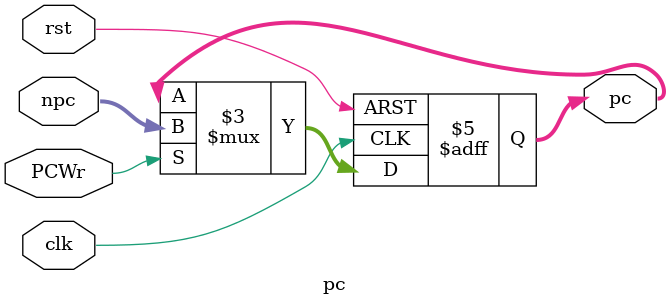
<source format=v>
module pc(npc, clk, rst, PCWr, pc);
    input [31:2] npc;
    input clk, PCWr, rst;
    output reg [31:2] pc;

    initial pc = 32'h0000_0c00;

    always @(posedge clk or posedge rst) begin
      if(rst) begin
        pc <= 30'h0000_0c00;
      end
      else begin
        if(PCWr)
            pc <= npc;
      end
    end
endmodule

</source>
